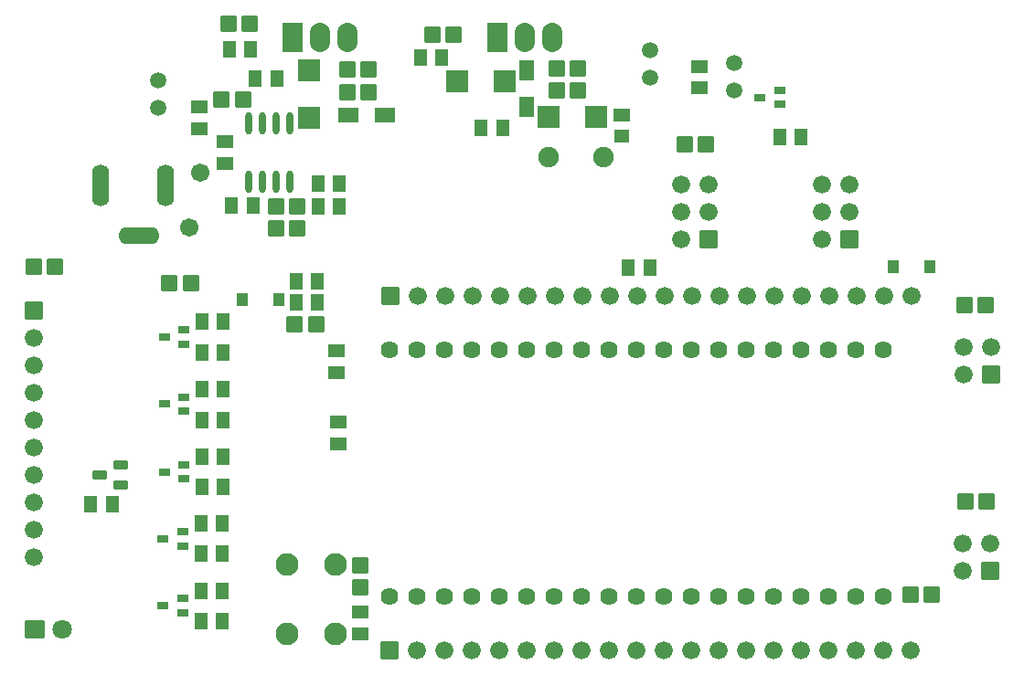
<source format=gts>
G04 Layer: TopSolderMaskLayer*
G04 EasyEDA v6.5.23, 2023-06-03 16:32:00*
G04 4babc638b9e54a0eac15f07bdc89f0ce,0997c0c323a540828c61b468e30a80a1,10*
G04 Gerber Generator version 0.2*
G04 Scale: 100 percent, Rotated: No, Reflected: No *
G04 Dimensions in millimeters *
G04 leading zeros omitted , absolute positions ,4 integer and 5 decimal *
%FSLAX45Y45*%
%MOMM*%

%AMMACRO1*1,1,$1,$2,$3*1,1,$1,$4,$5*1,1,$1,0-$2,0-$3*1,1,$1,0-$4,0-$5*20,1,$1,$2,$3,$4,$5,0*20,1,$1,$4,$5,0-$2,0-$3,0*20,1,$1,0-$2,0-$3,0-$4,0-$5,0*20,1,$1,0-$4,0-$5,$2,$3,0*4,1,4,$2,$3,$4,$5,0-$2,0-$3,0-$4,0-$5,$2,$3,0*%
%ADD10MACRO1,0.1016X-0.6885X0.5663X0.6885X0.5663*%
%ADD11MACRO1,0.1016X-0.6885X-0.5663X0.6885X-0.5663*%
%ADD12MACRO1,0.1016X0.6885X-0.5663X-0.6885X-0.5663*%
%ADD13MACRO1,0.1016X0.6885X0.5663X-0.6885X0.5663*%
%ADD14MACRO1,0.1016X0.5663X0.6885X0.5663X-0.6885*%
%ADD15MACRO1,0.1016X-0.5663X0.6885X-0.5663X-0.6885*%
%ADD16MACRO1,0.1016X0.705X0.675X0.705X-0.675*%
%ADD17MACRO1,0.1016X-0.705X0.675X-0.705X-0.675*%
%ADD18MACRO1,0.1016X-0.705X-0.675X-0.705X0.675*%
%ADD19MACRO1,0.1016X0.705X-0.675X0.705X0.675*%
%ADD20MACRO1,0.1016X0.675X-0.705X-0.675X-0.705*%
%ADD21MACRO1,0.1016X0.675X0.705X-0.675X0.705*%
%ADD22MACRO1,0.1016X-0.675X0.705X0.675X0.705*%
%ADD23MACRO1,0.1016X-0.675X-0.705X0.675X-0.705*%
%ADD24MACRO1,0.1016X0.648X-0.8788X-0.648X-0.8788*%
%ADD25MACRO1,0.1016X0.648X0.8788X-0.648X0.8788*%
%ADD26MACRO1,0.1016X0.8788X0.648X0.8788X-0.648*%
%ADD27MACRO1,0.1016X-0.8788X0.648X-0.8788X-0.648*%
%ADD28O,3.8015926X1.6015970000000002*%
%ADD29O,1.6015970000000002X3.9015924*%
%ADD30MACRO1,0.1016X-1X1X1X1*%
%ADD31MACRO1,0.1016X-1X-1X-1X1*%
%ADD32MACRO1,0.1016X-0.475X0.575X0.475X0.575*%
%ADD33MACRO1,0.1016X0.475X-0.575X-0.475X-0.575*%
%ADD34C,1.7016*%
%ADD35C,1.9016*%
%ADD36MACRO1,0.1016X-0.85X0.7874X0.85X0.7874*%
%ADD37C,1.8016*%
%ADD38MACRO1,0.1016X-0.7874X-0.7874X-0.7874X0.7874*%
%ADD39C,1.6764*%
%ADD40MACRO1,0.1016X-0.7874X0.7874X0.7874X0.7874*%
%ADD41MACRO1,0.1016X0.7874X0.7874X0.7874X-0.7874*%
%ADD42C,1.5016*%
%ADD43MACRO1,0.1016X-0.625X0.35X0.625X0.35*%
%ADD44MACRO1,0.1016X-0.468X0.25X0.468X0.25*%
%ADD45MACRO1,0.1016X-0.5663X-0.6885X-0.5663X0.6885*%
%ADD46MACRO1,0.1016X0.5663X-0.6885X0.5663X0.6885*%
%ADD47R,1.4786X1.2341*%
%ADD48C,2.1016*%
%ADD49O,1.9015964X2.7015948*%
%ADD50MACRO1,0.1016X-0.9X1.3X0.9X1.3*%
%ADD51O,0.6700012X2.051812*%
%ADD52C,1.6240*%
%ADD53C,0.0105*%

%LPD*%
D10*
G01*
X2969994Y-4119996D03*
D11*
G01*
X2969994Y-3919987D03*
D12*
G01*
X2959994Y-3259988D03*
D13*
G01*
X2959994Y-3459998D03*
D14*
G01*
X7059980Y-1279997D03*
D15*
G01*
X7259990Y-1279997D03*
D14*
G01*
X5659983Y-2489995D03*
D15*
G01*
X5859993Y-2489995D03*
D14*
G01*
X1963491Y-459993D03*
D15*
G01*
X2163500Y-459993D03*
D16*
G01*
X4993363Y-639960D03*
D17*
G01*
X5193367Y-639960D03*
D18*
G01*
X4043370Y-329961D03*
D19*
G01*
X3843365Y-329961D03*
D16*
G01*
X4993363Y-839960D03*
D17*
G01*
X5193367Y-839960D03*
D16*
G01*
X3053367Y-859960D03*
D17*
G01*
X3253371Y-859960D03*
D18*
G01*
X2153373Y-229961D03*
D19*
G01*
X1953369Y-229961D03*
D16*
G01*
X3053367Y-649960D03*
D17*
G01*
X3253371Y-649960D03*
D18*
G01*
X2093374Y-929960D03*
D19*
G01*
X1893369Y-929960D03*
D20*
G01*
X2393370Y-1919955D03*
D21*
G01*
X2393370Y-2119960D03*
D20*
G01*
X2593370Y-1919955D03*
D21*
G01*
X2593370Y-2119960D03*
D18*
G01*
X2769997Y-3009993D03*
D19*
G01*
X2569992Y-3009993D03*
D16*
G01*
X8269980Y-5519988D03*
D17*
G01*
X8469985Y-5519988D03*
D18*
G01*
X8979984Y-4649990D03*
D19*
G01*
X8779979Y-4649990D03*
D16*
G01*
X149997Y-2479995D03*
D17*
G01*
X350001Y-2479995D03*
D18*
G01*
X1609999Y-2629994D03*
D19*
G01*
X1409994Y-2629994D03*
D18*
G01*
X8969984Y-2829994D03*
D19*
G01*
X8769979Y-2829994D03*
D18*
G01*
X6379989Y-1339997D03*
D19*
G01*
X6179985Y-1339997D03*
D22*
G01*
X3179993Y-5449991D03*
D23*
G01*
X3179993Y-5249986D03*
D24*
G01*
X4713366Y-661335D03*
D25*
G01*
X4713366Y-998584D03*
D26*
G01*
X3064744Y-1069959D03*
D27*
G01*
X3401993Y-1069959D03*
D28*
G01*
X1123416Y-2192502D03*
D29*
G01*
X773404Y-1727428D03*
G01*
X1373352Y-1727428D03*
D30*
G01*
X4923365Y-1089959D03*
G01*
X5363364Y-1089959D03*
G01*
X4073367Y-759960D03*
G01*
X4513366Y-759960D03*
D31*
G01*
X2703370Y-1099959D03*
G01*
X2703370Y-659960D03*
D32*
G01*
X2419235Y-2779994D03*
G01*
X2080755Y-2779994D03*
D33*
G01*
X8110743Y-2479995D03*
G01*
X8449223Y-2479995D03*
D34*
G01*
X1693367Y-1604949D03*
G01*
X1593367Y-2114981D03*
D35*
G01*
X4918354Y-1459966D03*
G01*
X5428386Y-1459966D03*
D36*
G01*
X163000Y-5839988D03*
D37*
G01*
X416991Y-5839993D03*
D38*
G01*
X9016982Y-3476993D03*
D39*
G01*
X8762974Y-3477005D03*
G01*
X9016974Y-3223005D03*
G01*
X8762974Y-3223005D03*
D38*
G01*
X9006982Y-5296989D03*
D39*
G01*
X8752992Y-5296992D03*
G01*
X9006992Y-5042992D03*
G01*
X8752992Y-5042992D03*
G01*
X6146012Y-1711985D03*
G01*
X6400012Y-1711985D03*
G01*
X6146012Y-1965985D03*
G01*
X6400012Y-1965985D03*
G01*
X6146012Y-2219985D03*
D38*
G01*
X6399987Y-2219995D03*
D39*
G01*
X7455992Y-1711985D03*
G01*
X7709992Y-1711985D03*
G01*
X7455992Y-1965985D03*
G01*
X7709992Y-1965985D03*
G01*
X7455992Y-2219985D03*
D38*
G01*
X7709984Y-2219995D03*
D39*
G01*
X8272983Y-6030010D03*
G01*
X8018983Y-6030010D03*
G01*
X7764983Y-6030010D03*
G01*
X7510983Y-6030010D03*
G01*
X7256983Y-6030010D03*
G01*
X7002983Y-6030010D03*
G01*
X6748983Y-6030010D03*
G01*
X6494983Y-6030010D03*
G01*
X6240983Y-6030010D03*
G01*
X5986983Y-6030010D03*
G01*
X5732983Y-6030010D03*
G01*
X5478983Y-6030010D03*
G01*
X5224983Y-6030010D03*
G01*
X4970983Y-6030010D03*
G01*
X4716983Y-6030010D03*
G01*
X4462983Y-6030010D03*
G01*
X4208983Y-6030010D03*
G01*
X3954983Y-6030010D03*
G01*
X3700983Y-6030010D03*
D40*
G01*
X3446988Y-6029987D03*
D39*
G01*
X8282990Y-2750007D03*
G01*
X8028990Y-2750007D03*
G01*
X7774990Y-2750007D03*
G01*
X7520990Y-2750007D03*
G01*
X7266990Y-2750007D03*
G01*
X7012990Y-2750007D03*
G01*
X6758990Y-2750007D03*
G01*
X6504990Y-2750007D03*
G01*
X6250990Y-2750007D03*
G01*
X5996990Y-2750007D03*
G01*
X5742990Y-2750007D03*
G01*
X5488990Y-2750007D03*
G01*
X5234990Y-2750007D03*
G01*
X4980990Y-2750007D03*
G01*
X4726990Y-2750007D03*
G01*
X4472990Y-2750007D03*
G01*
X4218990Y-2750007D03*
G01*
X3964990Y-2750007D03*
G01*
X3710990Y-2750007D03*
D40*
G01*
X3456988Y-2749994D03*
D39*
G01*
X150012Y-5167985D03*
G01*
X150012Y-4913985D03*
G01*
X150012Y-4659985D03*
G01*
X150012Y-4405985D03*
G01*
X150012Y-4151985D03*
G01*
X150012Y-3897985D03*
G01*
X150012Y-3643985D03*
G01*
X150012Y-3389985D03*
G01*
X150012Y-3135985D03*
D41*
G01*
X149999Y-2881993D03*
D42*
G01*
X1303375Y-752957D03*
G01*
X1303375Y-1006957D03*
G01*
X5862700Y-724915D03*
G01*
X5862700Y-470915D03*
G01*
X6639991Y-592988D03*
G01*
X6639991Y-846988D03*
D43*
G01*
X959998Y-4504987D03*
G01*
X959998Y-4314996D03*
G01*
X759998Y-4409992D03*
D44*
G01*
X1360208Y-3749992D03*
G01*
X1539786Y-3684993D03*
G01*
X1539786Y-3814991D03*
G01*
X1360208Y-4379991D03*
G01*
X1539786Y-4314992D03*
G01*
X1539786Y-4444989D03*
G01*
X1360208Y-3129993D03*
G01*
X1539786Y-3064995D03*
G01*
X1539786Y-3194992D03*
G01*
X1350208Y-4999989D03*
G01*
X1529786Y-4934991D03*
G01*
X1529786Y-5064988D03*
G01*
X1350208Y-5619988D03*
G01*
X1529786Y-5554990D03*
G01*
X1529786Y-5684987D03*
G01*
X6880197Y-909998D03*
G01*
X7059775Y-844999D03*
G01*
X7059775Y-974996D03*
D45*
G01*
X4493371Y-1189959D03*
D46*
G01*
X4293361Y-1189959D03*
D45*
G01*
X3933372Y-539960D03*
D46*
G01*
X3733363Y-539960D03*
D45*
G01*
X2983374Y-1919958D03*
D46*
G01*
X2783365Y-1919958D03*
D45*
G01*
X2983374Y-1709958D03*
D46*
G01*
X2783365Y-1709958D03*
D14*
G01*
X1983366Y-1909958D03*
D15*
G01*
X2183376Y-1909958D03*
D10*
G01*
X1923371Y-1519963D03*
D11*
G01*
X1923371Y-1319954D03*
D10*
G01*
X3179993Y-5879993D03*
D11*
G01*
X3179993Y-5679983D03*
D14*
G01*
X1709991Y-4239991D03*
D15*
G01*
X1910001Y-4239991D03*
D45*
G01*
X2779999Y-2609994D03*
D46*
G01*
X2579989Y-2609994D03*
D45*
G01*
X2779999Y-2809994D03*
D46*
G01*
X2579989Y-2809994D03*
D14*
G01*
X679993Y-4679990D03*
D15*
G01*
X880003Y-4679990D03*
D12*
G01*
X1683372Y-999954D03*
D13*
G01*
X1683372Y-1199964D03*
D45*
G01*
X2403375Y-729960D03*
D46*
G01*
X2203366Y-729960D03*
D14*
G01*
X1709991Y-3899992D03*
D15*
G01*
X1910001Y-3899992D03*
D14*
G01*
X1709991Y-3609992D03*
D15*
G01*
X1910001Y-3609992D03*
D14*
G01*
X1709991Y-4519990D03*
D15*
G01*
X1910001Y-4519990D03*
D14*
G01*
X1709991Y-2989994D03*
D15*
G01*
X1910001Y-2989994D03*
D14*
G01*
X1709991Y-3269993D03*
D15*
G01*
X1910001Y-3269993D03*
D14*
G01*
X1699991Y-5139989D03*
D15*
G01*
X1900001Y-5139989D03*
D14*
G01*
X1699991Y-4859990D03*
D15*
G01*
X1900001Y-4859990D03*
D14*
G01*
X1699991Y-5759988D03*
D15*
G01*
X1900001Y-5759988D03*
D14*
G01*
X1699991Y-5479989D03*
D15*
G01*
X1900001Y-5479989D03*
D12*
G01*
X5593364Y-1069954D03*
D47*
G01*
X5593359Y-1269974D03*
D12*
G01*
X6319987Y-619993D03*
D13*
G01*
X6319987Y-820003D03*
D48*
G01*
X2494991Y-5234990D03*
G01*
X2494991Y-5884976D03*
G01*
X2944977Y-5884976D03*
G01*
X2944977Y-5234990D03*
D49*
G01*
X4703343Y-349478D03*
G01*
X4957368Y-350469D03*
D50*
G01*
X4449353Y-349465D03*
D49*
G01*
X2803347Y-349478D03*
G01*
X3057372Y-350469D03*
D50*
G01*
X2549357Y-349465D03*
D51*
G01*
X2142870Y-1690471D03*
G01*
X2269870Y-1690471D03*
G01*
X2396870Y-1690471D03*
G01*
X2523870Y-1690471D03*
G01*
X2142870Y-1149451D03*
G01*
X2269870Y-1149451D03*
G01*
X2396870Y-1149451D03*
G01*
X2523870Y-1149451D03*
D52*
G01*
X8015986Y-5533009D03*
G01*
X7761986Y-5533009D03*
G01*
X7507986Y-5533009D03*
G01*
X7253986Y-5533009D03*
G01*
X6999986Y-5533009D03*
G01*
X6745986Y-5533009D03*
G01*
X6491986Y-5533009D03*
G01*
X6237986Y-5533009D03*
G01*
X5983986Y-5533009D03*
G01*
X5729986Y-5533009D03*
G01*
X5475986Y-5533009D03*
G01*
X5221986Y-5533009D03*
G01*
X4967986Y-5533009D03*
G01*
X4713986Y-5533009D03*
G01*
X4459986Y-5533009D03*
G01*
X4205986Y-5533009D03*
G01*
X3951986Y-5533009D03*
G01*
X3697986Y-5533009D03*
G01*
X3443986Y-5533009D03*
G01*
X8015986Y-3247009D03*
G01*
X7761986Y-3247009D03*
G01*
X7507986Y-3247009D03*
G01*
X7253986Y-3247009D03*
G01*
X6999986Y-3247009D03*
G01*
X6745986Y-3247009D03*
G01*
X6491986Y-3247009D03*
G01*
X6237986Y-3247009D03*
G01*
X5983986Y-3247009D03*
G01*
X5729986Y-3247009D03*
G01*
X5475986Y-3247009D03*
G01*
X5221986Y-3247009D03*
G01*
X4967986Y-3247009D03*
G01*
X4713986Y-3247009D03*
G01*
X4459986Y-3247009D03*
G01*
X4205986Y-3247009D03*
G01*
X3951986Y-3247009D03*
G01*
X3697986Y-3247009D03*
G01*
X3443986Y-3247009D03*
M02*

</source>
